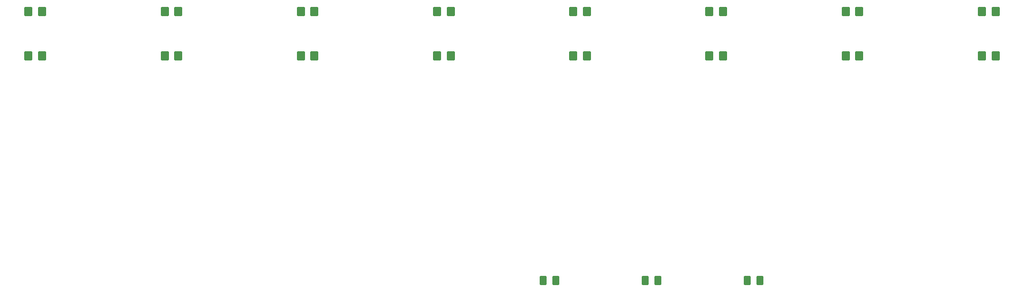
<source format=gbr>
%TF.GenerationSoftware,KiCad,Pcbnew,9.0.7*%
%TF.CreationDate,2026-01-24T11:24:44+03:00*%
%TF.ProjectId,greywater-fed hydroponic system,67726579-7761-4746-9572-2d6665642068,rev?*%
%TF.SameCoordinates,Original*%
%TF.FileFunction,Paste,Top*%
%TF.FilePolarity,Positive*%
%FSLAX46Y46*%
G04 Gerber Fmt 4.6, Leading zero omitted, Abs format (unit mm)*
G04 Created by KiCad (PCBNEW 9.0.7) date 2026-01-24 11:24:44*
%MOMM*%
%LPD*%
G01*
G04 APERTURE LIST*
G04 Aperture macros list*
%AMRoundRect*
0 Rectangle with rounded corners*
0 $1 Rounding radius*
0 $2 $3 $4 $5 $6 $7 $8 $9 X,Y pos of 4 corners*
0 Add a 4 corners polygon primitive as box body*
4,1,4,$2,$3,$4,$5,$6,$7,$8,$9,$2,$3,0*
0 Add four circle primitives for the rounded corners*
1,1,$1+$1,$2,$3*
1,1,$1+$1,$4,$5*
1,1,$1+$1,$6,$7*
1,1,$1+$1,$8,$9*
0 Add four rect primitives between the rounded corners*
20,1,$1+$1,$2,$3,$4,$5,0*
20,1,$1+$1,$4,$5,$6,$7,0*
20,1,$1+$1,$6,$7,$8,$9,0*
20,1,$1+$1,$8,$9,$2,$3,0*%
G04 Aperture macros list end*
%ADD10RoundRect,0.250000X0.350000X0.450000X-0.350000X0.450000X-0.350000X-0.450000X0.350000X-0.450000X0*%
%ADD11RoundRect,0.250000X-0.262500X-0.450000X0.262500X-0.450000X0.262500X0.450000X-0.262500X0.450000X0*%
%ADD12RoundRect,0.250000X-0.350000X-0.450000X0.350000X-0.450000X0.350000X0.450000X-0.350000X0.450000X0*%
G04 APERTURE END LIST*
D10*
%TO.C,R12*%
X137500000Y-104500000D03*
X135500000Y-104500000D03*
%TD*%
D11*
%TO.C,R18*%
X151087500Y-144000000D03*
X152912500Y-144000000D03*
%TD*%
D10*
%TO.C,R14*%
X177500000Y-104500000D03*
X175500000Y-104500000D03*
%TD*%
%TO.C,R10*%
X97500000Y-104500000D03*
X95500000Y-104500000D03*
%TD*%
D11*
%TO.C,R19*%
X181087500Y-144000000D03*
X182912500Y-144000000D03*
%TD*%
D12*
%TO.C,R3*%
X115500000Y-111000000D03*
X117500000Y-111000000D03*
%TD*%
%TO.C,R1*%
X75500000Y-111000000D03*
X77500000Y-111000000D03*
%TD*%
D10*
%TO.C,R13*%
X157500000Y-104500000D03*
X155500000Y-104500000D03*
%TD*%
D12*
%TO.C,R2*%
X95500000Y-111000000D03*
X97500000Y-111000000D03*
%TD*%
%TO.C,R8*%
X215500000Y-111000000D03*
X217500000Y-111000000D03*
%TD*%
%TO.C,R7*%
X195500000Y-111000000D03*
X197500000Y-111000000D03*
%TD*%
D11*
%TO.C,R17*%
X166087500Y-144000000D03*
X167912500Y-144000000D03*
%TD*%
D12*
%TO.C,R4*%
X135500000Y-111000000D03*
X137500000Y-111000000D03*
%TD*%
D10*
%TO.C,R15*%
X197500000Y-104500000D03*
X195500000Y-104500000D03*
%TD*%
D12*
%TO.C,R6*%
X175500000Y-111000000D03*
X177500000Y-111000000D03*
%TD*%
D10*
%TO.C,R9*%
X77500000Y-104500000D03*
X75500000Y-104500000D03*
%TD*%
%TO.C,R11*%
X117500000Y-104500000D03*
X115500000Y-104500000D03*
%TD*%
%TO.C,R16*%
X217500000Y-104500000D03*
X215500000Y-104500000D03*
%TD*%
D12*
%TO.C,R5*%
X155500000Y-111000000D03*
X157500000Y-111000000D03*
%TD*%
M02*

</source>
